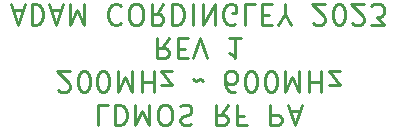
<source format=gbo>
%TF.GenerationSoftware,KiCad,Pcbnew,7.0.1*%
%TF.CreationDate,2023-07-29T01:53:36-07:00*%
%TF.ProjectId,FET_Amplifier_HW,4645545f-416d-4706-9c69-666965725f48,rev?*%
%TF.SameCoordinates,PX4b571c0PY5a995c0*%
%TF.FileFunction,Legend,Bot*%
%TF.FilePolarity,Positive*%
%FSLAX46Y46*%
G04 Gerber Fmt 4.6, Leading zero omitted, Abs format (unit mm)*
G04 Created by KiCad (PCBNEW 7.0.1) date 2023-07-29 01:53:36*
%MOMM*%
%LPD*%
G01*
G04 APERTURE LIST*
%ADD10C,0.250000*%
G04 APERTURE END LIST*
D10*
X34833334Y37380835D02*
X34000000Y37380835D01*
X34000000Y37380835D02*
X34000000Y35630835D01*
X35416667Y37380835D02*
X35416667Y35630835D01*
X35416667Y35630835D02*
X35833334Y35630835D01*
X35833334Y35630835D02*
X36083334Y35714168D01*
X36083334Y35714168D02*
X36250001Y35880835D01*
X36250001Y35880835D02*
X36333334Y36047501D01*
X36333334Y36047501D02*
X36416667Y36380835D01*
X36416667Y36380835D02*
X36416667Y36630835D01*
X36416667Y36630835D02*
X36333334Y36964168D01*
X36333334Y36964168D02*
X36250001Y37130835D01*
X36250001Y37130835D02*
X36083334Y37297501D01*
X36083334Y37297501D02*
X35833334Y37380835D01*
X35833334Y37380835D02*
X35416667Y37380835D01*
X37166667Y37380835D02*
X37166667Y35630835D01*
X37166667Y35630835D02*
X37750001Y36880835D01*
X37750001Y36880835D02*
X38333334Y35630835D01*
X38333334Y35630835D02*
X38333334Y37380835D01*
X39500001Y35630835D02*
X39833334Y35630835D01*
X39833334Y35630835D02*
X40000001Y35714168D01*
X40000001Y35714168D02*
X40166667Y35880835D01*
X40166667Y35880835D02*
X40250001Y36214168D01*
X40250001Y36214168D02*
X40250001Y36797501D01*
X40250001Y36797501D02*
X40166667Y37130835D01*
X40166667Y37130835D02*
X40000001Y37297501D01*
X40000001Y37297501D02*
X39833334Y37380835D01*
X39833334Y37380835D02*
X39500001Y37380835D01*
X39500001Y37380835D02*
X39333334Y37297501D01*
X39333334Y37297501D02*
X39166667Y37130835D01*
X39166667Y37130835D02*
X39083334Y36797501D01*
X39083334Y36797501D02*
X39083334Y36214168D01*
X39083334Y36214168D02*
X39166667Y35880835D01*
X39166667Y35880835D02*
X39333334Y35714168D01*
X39333334Y35714168D02*
X39500001Y35630835D01*
X40916667Y37297501D02*
X41166667Y37380835D01*
X41166667Y37380835D02*
X41583334Y37380835D01*
X41583334Y37380835D02*
X41750000Y37297501D01*
X41750000Y37297501D02*
X41833334Y37214168D01*
X41833334Y37214168D02*
X41916667Y37047501D01*
X41916667Y37047501D02*
X41916667Y36880835D01*
X41916667Y36880835D02*
X41833334Y36714168D01*
X41833334Y36714168D02*
X41750000Y36630835D01*
X41750000Y36630835D02*
X41583334Y36547501D01*
X41583334Y36547501D02*
X41250000Y36464168D01*
X41250000Y36464168D02*
X41083334Y36380835D01*
X41083334Y36380835D02*
X41000000Y36297501D01*
X41000000Y36297501D02*
X40916667Y36130835D01*
X40916667Y36130835D02*
X40916667Y35964168D01*
X40916667Y35964168D02*
X41000000Y35797501D01*
X41000000Y35797501D02*
X41083334Y35714168D01*
X41083334Y35714168D02*
X41250000Y35630835D01*
X41250000Y35630835D02*
X41666667Y35630835D01*
X41666667Y35630835D02*
X41916667Y35714168D01*
X45000000Y37380835D02*
X44416667Y36547501D01*
X44000000Y37380835D02*
X44000000Y35630835D01*
X44000000Y35630835D02*
X44666667Y35630835D01*
X44666667Y35630835D02*
X44833334Y35714168D01*
X44833334Y35714168D02*
X44916667Y35797501D01*
X44916667Y35797501D02*
X45000000Y35964168D01*
X45000000Y35964168D02*
X45000000Y36214168D01*
X45000000Y36214168D02*
X44916667Y36380835D01*
X44916667Y36380835D02*
X44833334Y36464168D01*
X44833334Y36464168D02*
X44666667Y36547501D01*
X44666667Y36547501D02*
X44000000Y36547501D01*
X46333334Y36464168D02*
X45750000Y36464168D01*
X45750000Y37380835D02*
X45750000Y35630835D01*
X45750000Y35630835D02*
X46583334Y35630835D01*
X48583333Y37380835D02*
X48583333Y35630835D01*
X48583333Y35630835D02*
X49250000Y35630835D01*
X49250000Y35630835D02*
X49416667Y35714168D01*
X49416667Y35714168D02*
X49500000Y35797501D01*
X49500000Y35797501D02*
X49583333Y35964168D01*
X49583333Y35964168D02*
X49583333Y36214168D01*
X49583333Y36214168D02*
X49500000Y36380835D01*
X49500000Y36380835D02*
X49416667Y36464168D01*
X49416667Y36464168D02*
X49250000Y36547501D01*
X49250000Y36547501D02*
X48583333Y36547501D01*
X50250000Y36880835D02*
X51083333Y36880835D01*
X50083333Y37380835D02*
X50666667Y35630835D01*
X50666667Y35630835D02*
X51250000Y37380835D01*
X30624999Y38632501D02*
X30708332Y38549168D01*
X30708332Y38549168D02*
X30874999Y38465835D01*
X30874999Y38465835D02*
X31291666Y38465835D01*
X31291666Y38465835D02*
X31458332Y38549168D01*
X31458332Y38549168D02*
X31541666Y38632501D01*
X31541666Y38632501D02*
X31624999Y38799168D01*
X31624999Y38799168D02*
X31624999Y38965835D01*
X31624999Y38965835D02*
X31541666Y39215835D01*
X31541666Y39215835D02*
X30541666Y40215835D01*
X30541666Y40215835D02*
X31624999Y40215835D01*
X32708333Y38465835D02*
X32874999Y38465835D01*
X32874999Y38465835D02*
X33041666Y38549168D01*
X33041666Y38549168D02*
X33124999Y38632501D01*
X33124999Y38632501D02*
X33208333Y38799168D01*
X33208333Y38799168D02*
X33291666Y39132501D01*
X33291666Y39132501D02*
X33291666Y39549168D01*
X33291666Y39549168D02*
X33208333Y39882501D01*
X33208333Y39882501D02*
X33124999Y40049168D01*
X33124999Y40049168D02*
X33041666Y40132501D01*
X33041666Y40132501D02*
X32874999Y40215835D01*
X32874999Y40215835D02*
X32708333Y40215835D01*
X32708333Y40215835D02*
X32541666Y40132501D01*
X32541666Y40132501D02*
X32458333Y40049168D01*
X32458333Y40049168D02*
X32374999Y39882501D01*
X32374999Y39882501D02*
X32291666Y39549168D01*
X32291666Y39549168D02*
X32291666Y39132501D01*
X32291666Y39132501D02*
X32374999Y38799168D01*
X32374999Y38799168D02*
X32458333Y38632501D01*
X32458333Y38632501D02*
X32541666Y38549168D01*
X32541666Y38549168D02*
X32708333Y38465835D01*
X34375000Y38465835D02*
X34541666Y38465835D01*
X34541666Y38465835D02*
X34708333Y38549168D01*
X34708333Y38549168D02*
X34791666Y38632501D01*
X34791666Y38632501D02*
X34875000Y38799168D01*
X34875000Y38799168D02*
X34958333Y39132501D01*
X34958333Y39132501D02*
X34958333Y39549168D01*
X34958333Y39549168D02*
X34875000Y39882501D01*
X34875000Y39882501D02*
X34791666Y40049168D01*
X34791666Y40049168D02*
X34708333Y40132501D01*
X34708333Y40132501D02*
X34541666Y40215835D01*
X34541666Y40215835D02*
X34375000Y40215835D01*
X34375000Y40215835D02*
X34208333Y40132501D01*
X34208333Y40132501D02*
X34125000Y40049168D01*
X34125000Y40049168D02*
X34041666Y39882501D01*
X34041666Y39882501D02*
X33958333Y39549168D01*
X33958333Y39549168D02*
X33958333Y39132501D01*
X33958333Y39132501D02*
X34041666Y38799168D01*
X34041666Y38799168D02*
X34125000Y38632501D01*
X34125000Y38632501D02*
X34208333Y38549168D01*
X34208333Y38549168D02*
X34375000Y38465835D01*
X35708333Y40215835D02*
X35708333Y38465835D01*
X35708333Y38465835D02*
X36291667Y39715835D01*
X36291667Y39715835D02*
X36875000Y38465835D01*
X36875000Y38465835D02*
X36875000Y40215835D01*
X37708333Y40215835D02*
X37708333Y38465835D01*
X37708333Y39299168D02*
X38708333Y39299168D01*
X38708333Y40215835D02*
X38708333Y38465835D01*
X39375000Y39049168D02*
X40291666Y39049168D01*
X40291666Y39049168D02*
X39375000Y40215835D01*
X39375000Y40215835D02*
X40291666Y40215835D01*
X42041666Y39549168D02*
X42125000Y39465835D01*
X42125000Y39465835D02*
X42291666Y39382501D01*
X42291666Y39382501D02*
X42625000Y39549168D01*
X42625000Y39549168D02*
X42791666Y39465835D01*
X42791666Y39465835D02*
X42875000Y39382501D01*
X45624999Y38465835D02*
X45291666Y38465835D01*
X45291666Y38465835D02*
X45124999Y38549168D01*
X45124999Y38549168D02*
X45041666Y38632501D01*
X45041666Y38632501D02*
X44874999Y38882501D01*
X44874999Y38882501D02*
X44791666Y39215835D01*
X44791666Y39215835D02*
X44791666Y39882501D01*
X44791666Y39882501D02*
X44874999Y40049168D01*
X44874999Y40049168D02*
X44958333Y40132501D01*
X44958333Y40132501D02*
X45124999Y40215835D01*
X45124999Y40215835D02*
X45458333Y40215835D01*
X45458333Y40215835D02*
X45624999Y40132501D01*
X45624999Y40132501D02*
X45708333Y40049168D01*
X45708333Y40049168D02*
X45791666Y39882501D01*
X45791666Y39882501D02*
X45791666Y39465835D01*
X45791666Y39465835D02*
X45708333Y39299168D01*
X45708333Y39299168D02*
X45624999Y39215835D01*
X45624999Y39215835D02*
X45458333Y39132501D01*
X45458333Y39132501D02*
X45124999Y39132501D01*
X45124999Y39132501D02*
X44958333Y39215835D01*
X44958333Y39215835D02*
X44874999Y39299168D01*
X44874999Y39299168D02*
X44791666Y39465835D01*
X46875000Y38465835D02*
X47041666Y38465835D01*
X47041666Y38465835D02*
X47208333Y38549168D01*
X47208333Y38549168D02*
X47291666Y38632501D01*
X47291666Y38632501D02*
X47375000Y38799168D01*
X47375000Y38799168D02*
X47458333Y39132501D01*
X47458333Y39132501D02*
X47458333Y39549168D01*
X47458333Y39549168D02*
X47375000Y39882501D01*
X47375000Y39882501D02*
X47291666Y40049168D01*
X47291666Y40049168D02*
X47208333Y40132501D01*
X47208333Y40132501D02*
X47041666Y40215835D01*
X47041666Y40215835D02*
X46875000Y40215835D01*
X46875000Y40215835D02*
X46708333Y40132501D01*
X46708333Y40132501D02*
X46625000Y40049168D01*
X46625000Y40049168D02*
X46541666Y39882501D01*
X46541666Y39882501D02*
X46458333Y39549168D01*
X46458333Y39549168D02*
X46458333Y39132501D01*
X46458333Y39132501D02*
X46541666Y38799168D01*
X46541666Y38799168D02*
X46625000Y38632501D01*
X46625000Y38632501D02*
X46708333Y38549168D01*
X46708333Y38549168D02*
X46875000Y38465835D01*
X48541667Y38465835D02*
X48708333Y38465835D01*
X48708333Y38465835D02*
X48875000Y38549168D01*
X48875000Y38549168D02*
X48958333Y38632501D01*
X48958333Y38632501D02*
X49041667Y38799168D01*
X49041667Y38799168D02*
X49125000Y39132501D01*
X49125000Y39132501D02*
X49125000Y39549168D01*
X49125000Y39549168D02*
X49041667Y39882501D01*
X49041667Y39882501D02*
X48958333Y40049168D01*
X48958333Y40049168D02*
X48875000Y40132501D01*
X48875000Y40132501D02*
X48708333Y40215835D01*
X48708333Y40215835D02*
X48541667Y40215835D01*
X48541667Y40215835D02*
X48375000Y40132501D01*
X48375000Y40132501D02*
X48291667Y40049168D01*
X48291667Y40049168D02*
X48208333Y39882501D01*
X48208333Y39882501D02*
X48125000Y39549168D01*
X48125000Y39549168D02*
X48125000Y39132501D01*
X48125000Y39132501D02*
X48208333Y38799168D01*
X48208333Y38799168D02*
X48291667Y38632501D01*
X48291667Y38632501D02*
X48375000Y38549168D01*
X48375000Y38549168D02*
X48541667Y38465835D01*
X49875000Y40215835D02*
X49875000Y38465835D01*
X49875000Y38465835D02*
X50458334Y39715835D01*
X50458334Y39715835D02*
X51041667Y38465835D01*
X51041667Y38465835D02*
X51041667Y40215835D01*
X51875000Y40215835D02*
X51875000Y38465835D01*
X51875000Y39299168D02*
X52875000Y39299168D01*
X52875000Y40215835D02*
X52875000Y38465835D01*
X53541667Y39049168D02*
X54458333Y39049168D01*
X54458333Y39049168D02*
X53541667Y40215835D01*
X53541667Y40215835D02*
X54458333Y40215835D01*
X40000000Y43050835D02*
X39416667Y42217501D01*
X39000000Y43050835D02*
X39000000Y41300835D01*
X39000000Y41300835D02*
X39666667Y41300835D01*
X39666667Y41300835D02*
X39833334Y41384168D01*
X39833334Y41384168D02*
X39916667Y41467501D01*
X39916667Y41467501D02*
X40000000Y41634168D01*
X40000000Y41634168D02*
X40000000Y41884168D01*
X40000000Y41884168D02*
X39916667Y42050835D01*
X39916667Y42050835D02*
X39833334Y42134168D01*
X39833334Y42134168D02*
X39666667Y42217501D01*
X39666667Y42217501D02*
X39000000Y42217501D01*
X40750000Y42134168D02*
X41333334Y42134168D01*
X41583334Y43050835D02*
X40750000Y43050835D01*
X40750000Y43050835D02*
X40750000Y41300835D01*
X40750000Y41300835D02*
X41583334Y41300835D01*
X42083333Y41300835D02*
X42666667Y43050835D01*
X42666667Y43050835D02*
X43250000Y41300835D01*
X46083333Y43050835D02*
X45083333Y43050835D01*
X45583333Y43050835D02*
X45583333Y41300835D01*
X45583333Y41300835D02*
X45416666Y41550835D01*
X45416666Y41550835D02*
X45250000Y41717501D01*
X45250000Y41717501D02*
X45083333Y41800835D01*
X26791667Y45385835D02*
X27625000Y45385835D01*
X26625000Y45885835D02*
X27208334Y44135835D01*
X27208334Y44135835D02*
X27791667Y45885835D01*
X28375000Y45885835D02*
X28375000Y44135835D01*
X28375000Y44135835D02*
X28791667Y44135835D01*
X28791667Y44135835D02*
X29041667Y44219168D01*
X29041667Y44219168D02*
X29208334Y44385835D01*
X29208334Y44385835D02*
X29291667Y44552501D01*
X29291667Y44552501D02*
X29375000Y44885835D01*
X29375000Y44885835D02*
X29375000Y45135835D01*
X29375000Y45135835D02*
X29291667Y45469168D01*
X29291667Y45469168D02*
X29208334Y45635835D01*
X29208334Y45635835D02*
X29041667Y45802501D01*
X29041667Y45802501D02*
X28791667Y45885835D01*
X28791667Y45885835D02*
X28375000Y45885835D01*
X30041667Y45385835D02*
X30875000Y45385835D01*
X29875000Y45885835D02*
X30458334Y44135835D01*
X30458334Y44135835D02*
X31041667Y45885835D01*
X31625000Y45885835D02*
X31625000Y44135835D01*
X31625000Y44135835D02*
X32208334Y45385835D01*
X32208334Y45385835D02*
X32791667Y44135835D01*
X32791667Y44135835D02*
X32791667Y45885835D01*
X35958333Y45719168D02*
X35875000Y45802501D01*
X35875000Y45802501D02*
X35625000Y45885835D01*
X35625000Y45885835D02*
X35458333Y45885835D01*
X35458333Y45885835D02*
X35208333Y45802501D01*
X35208333Y45802501D02*
X35041667Y45635835D01*
X35041667Y45635835D02*
X34958333Y45469168D01*
X34958333Y45469168D02*
X34875000Y45135835D01*
X34875000Y45135835D02*
X34875000Y44885835D01*
X34875000Y44885835D02*
X34958333Y44552501D01*
X34958333Y44552501D02*
X35041667Y44385835D01*
X35041667Y44385835D02*
X35208333Y44219168D01*
X35208333Y44219168D02*
X35458333Y44135835D01*
X35458333Y44135835D02*
X35625000Y44135835D01*
X35625000Y44135835D02*
X35875000Y44219168D01*
X35875000Y44219168D02*
X35958333Y44302501D01*
X37041667Y44135835D02*
X37375000Y44135835D01*
X37375000Y44135835D02*
X37541667Y44219168D01*
X37541667Y44219168D02*
X37708333Y44385835D01*
X37708333Y44385835D02*
X37791667Y44719168D01*
X37791667Y44719168D02*
X37791667Y45302501D01*
X37791667Y45302501D02*
X37708333Y45635835D01*
X37708333Y45635835D02*
X37541667Y45802501D01*
X37541667Y45802501D02*
X37375000Y45885835D01*
X37375000Y45885835D02*
X37041667Y45885835D01*
X37041667Y45885835D02*
X36875000Y45802501D01*
X36875000Y45802501D02*
X36708333Y45635835D01*
X36708333Y45635835D02*
X36625000Y45302501D01*
X36625000Y45302501D02*
X36625000Y44719168D01*
X36625000Y44719168D02*
X36708333Y44385835D01*
X36708333Y44385835D02*
X36875000Y44219168D01*
X36875000Y44219168D02*
X37041667Y44135835D01*
X39541666Y45885835D02*
X38958333Y45052501D01*
X38541666Y45885835D02*
X38541666Y44135835D01*
X38541666Y44135835D02*
X39208333Y44135835D01*
X39208333Y44135835D02*
X39375000Y44219168D01*
X39375000Y44219168D02*
X39458333Y44302501D01*
X39458333Y44302501D02*
X39541666Y44469168D01*
X39541666Y44469168D02*
X39541666Y44719168D01*
X39541666Y44719168D02*
X39458333Y44885835D01*
X39458333Y44885835D02*
X39375000Y44969168D01*
X39375000Y44969168D02*
X39208333Y45052501D01*
X39208333Y45052501D02*
X38541666Y45052501D01*
X40291666Y45885835D02*
X40291666Y44135835D01*
X40291666Y44135835D02*
X40708333Y44135835D01*
X40708333Y44135835D02*
X40958333Y44219168D01*
X40958333Y44219168D02*
X41125000Y44385835D01*
X41125000Y44385835D02*
X41208333Y44552501D01*
X41208333Y44552501D02*
X41291666Y44885835D01*
X41291666Y44885835D02*
X41291666Y45135835D01*
X41291666Y45135835D02*
X41208333Y45469168D01*
X41208333Y45469168D02*
X41125000Y45635835D01*
X41125000Y45635835D02*
X40958333Y45802501D01*
X40958333Y45802501D02*
X40708333Y45885835D01*
X40708333Y45885835D02*
X40291666Y45885835D01*
X42041666Y45885835D02*
X42041666Y44135835D01*
X42874999Y45885835D02*
X42874999Y44135835D01*
X42874999Y44135835D02*
X43874999Y45885835D01*
X43874999Y45885835D02*
X43874999Y44135835D01*
X45624999Y44219168D02*
X45458332Y44135835D01*
X45458332Y44135835D02*
X45208332Y44135835D01*
X45208332Y44135835D02*
X44958332Y44219168D01*
X44958332Y44219168D02*
X44791666Y44385835D01*
X44791666Y44385835D02*
X44708332Y44552501D01*
X44708332Y44552501D02*
X44624999Y44885835D01*
X44624999Y44885835D02*
X44624999Y45135835D01*
X44624999Y45135835D02*
X44708332Y45469168D01*
X44708332Y45469168D02*
X44791666Y45635835D01*
X44791666Y45635835D02*
X44958332Y45802501D01*
X44958332Y45802501D02*
X45208332Y45885835D01*
X45208332Y45885835D02*
X45374999Y45885835D01*
X45374999Y45885835D02*
X45624999Y45802501D01*
X45624999Y45802501D02*
X45708332Y45719168D01*
X45708332Y45719168D02*
X45708332Y45135835D01*
X45708332Y45135835D02*
X45374999Y45135835D01*
X47291666Y45885835D02*
X46458332Y45885835D01*
X46458332Y45885835D02*
X46458332Y44135835D01*
X47874999Y44969168D02*
X48458333Y44969168D01*
X48708333Y45885835D02*
X47874999Y45885835D01*
X47874999Y45885835D02*
X47874999Y44135835D01*
X47874999Y44135835D02*
X48708333Y44135835D01*
X49791666Y45052501D02*
X49791666Y45885835D01*
X49208332Y44135835D02*
X49791666Y45052501D01*
X49791666Y45052501D02*
X50374999Y44135835D01*
X52208332Y44302501D02*
X52291665Y44219168D01*
X52291665Y44219168D02*
X52458332Y44135835D01*
X52458332Y44135835D02*
X52874999Y44135835D01*
X52874999Y44135835D02*
X53041665Y44219168D01*
X53041665Y44219168D02*
X53124999Y44302501D01*
X53124999Y44302501D02*
X53208332Y44469168D01*
X53208332Y44469168D02*
X53208332Y44635835D01*
X53208332Y44635835D02*
X53124999Y44885835D01*
X53124999Y44885835D02*
X52124999Y45885835D01*
X52124999Y45885835D02*
X53208332Y45885835D01*
X54291666Y44135835D02*
X54458332Y44135835D01*
X54458332Y44135835D02*
X54624999Y44219168D01*
X54624999Y44219168D02*
X54708332Y44302501D01*
X54708332Y44302501D02*
X54791666Y44469168D01*
X54791666Y44469168D02*
X54874999Y44802501D01*
X54874999Y44802501D02*
X54874999Y45219168D01*
X54874999Y45219168D02*
X54791666Y45552501D01*
X54791666Y45552501D02*
X54708332Y45719168D01*
X54708332Y45719168D02*
X54624999Y45802501D01*
X54624999Y45802501D02*
X54458332Y45885835D01*
X54458332Y45885835D02*
X54291666Y45885835D01*
X54291666Y45885835D02*
X54124999Y45802501D01*
X54124999Y45802501D02*
X54041666Y45719168D01*
X54041666Y45719168D02*
X53958332Y45552501D01*
X53958332Y45552501D02*
X53874999Y45219168D01*
X53874999Y45219168D02*
X53874999Y44802501D01*
X53874999Y44802501D02*
X53958332Y44469168D01*
X53958332Y44469168D02*
X54041666Y44302501D01*
X54041666Y44302501D02*
X54124999Y44219168D01*
X54124999Y44219168D02*
X54291666Y44135835D01*
X55541666Y44302501D02*
X55624999Y44219168D01*
X55624999Y44219168D02*
X55791666Y44135835D01*
X55791666Y44135835D02*
X56208333Y44135835D01*
X56208333Y44135835D02*
X56374999Y44219168D01*
X56374999Y44219168D02*
X56458333Y44302501D01*
X56458333Y44302501D02*
X56541666Y44469168D01*
X56541666Y44469168D02*
X56541666Y44635835D01*
X56541666Y44635835D02*
X56458333Y44885835D01*
X56458333Y44885835D02*
X55458333Y45885835D01*
X55458333Y45885835D02*
X56541666Y45885835D01*
X57125000Y44135835D02*
X58208333Y44135835D01*
X58208333Y44135835D02*
X57625000Y44802501D01*
X57625000Y44802501D02*
X57875000Y44802501D01*
X57875000Y44802501D02*
X58041666Y44885835D01*
X58041666Y44885835D02*
X58125000Y44969168D01*
X58125000Y44969168D02*
X58208333Y45135835D01*
X58208333Y45135835D02*
X58208333Y45552501D01*
X58208333Y45552501D02*
X58125000Y45719168D01*
X58125000Y45719168D02*
X58041666Y45802501D01*
X58041666Y45802501D02*
X57875000Y45885835D01*
X57875000Y45885835D02*
X57375000Y45885835D01*
X57375000Y45885835D02*
X57208333Y45802501D01*
X57208333Y45802501D02*
X57125000Y45719168D01*
M02*

</source>
